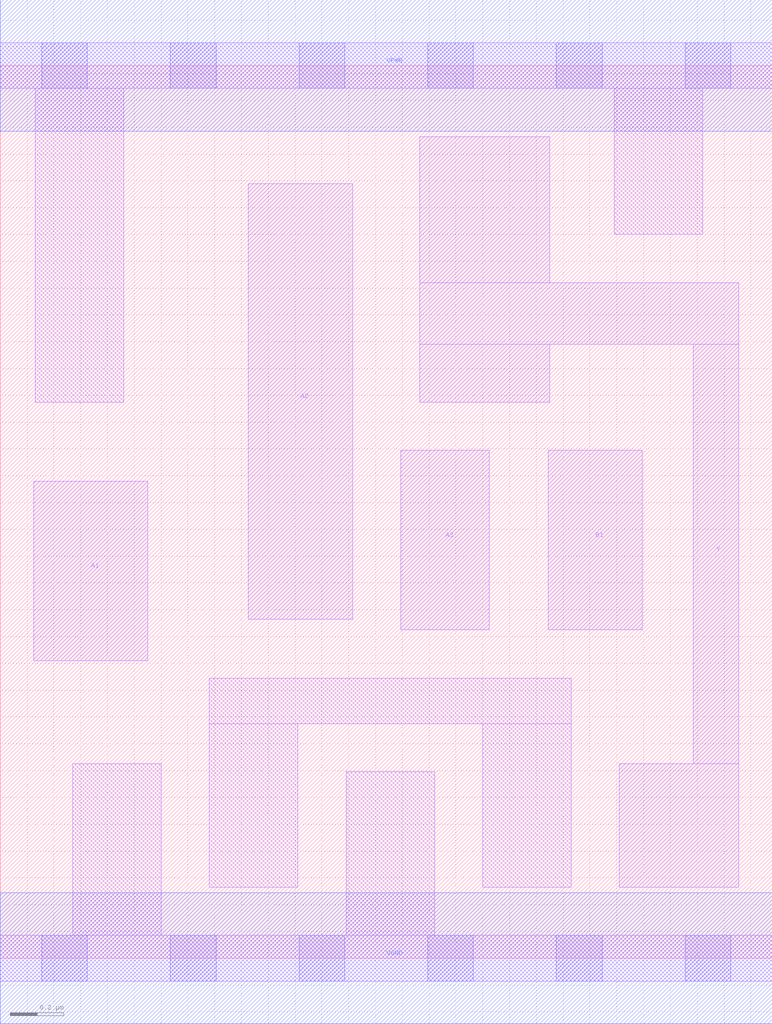
<source format=lef>
# Copyright 2020 The SkyWater PDK Authors
#
# Licensed under the Apache License, Version 2.0 (the "License");
# you may not use this file except in compliance with the License.
# You may obtain a copy of the License at
#
#     https://www.apache.org/licenses/LICENSE-2.0
#
# Unless required by applicable law or agreed to in writing, software
# distributed under the License is distributed on an "AS IS" BASIS,
# WITHOUT WARRANTIES OR CONDITIONS OF ANY KIND, either express or implied.
# See the License for the specific language governing permissions and
# limitations under the License.
#
# SPDX-License-Identifier: Apache-2.0

VERSION 5.7 ;
  NAMESCASESENSITIVE ON ;
  NOWIREEXTENSIONATPIN ON ;
  DIVIDERCHAR "/" ;
  BUSBITCHARS "[]" ;
UNITS
  DATABASE MICRONS 200 ;
END UNITS
MACRO sky130_fd_sc_lp__o31ai_lp
  CLASS CORE ;
  FOREIGN sky130_fd_sc_lp__o31ai_lp ;
  ORIGIN  0.000000  0.000000 ;
  SIZE  2.880000 BY  3.330000 ;
  SYMMETRY X Y R90 ;
  SITE unit ;
  PIN A1
    ANTENNAGATEAREA  0.313000 ;
    DIRECTION INPUT ;
    USE SIGNAL ;
    PORT
      LAYER li1 ;
        RECT 0.125000 1.110000 0.550000 1.780000 ;
    END
  END A1
  PIN A2
    ANTENNAGATEAREA  0.313000 ;
    DIRECTION INPUT ;
    USE SIGNAL ;
    PORT
      LAYER li1 ;
        RECT 0.925000 1.265000 1.315000 2.890000 ;
    END
  END A2
  PIN A3
    ANTENNAGATEAREA  0.313000 ;
    DIRECTION INPUT ;
    USE SIGNAL ;
    PORT
      LAYER li1 ;
        RECT 1.495000 1.225000 1.825000 1.895000 ;
    END
  END A3
  PIN B1
    ANTENNAGATEAREA  0.313000 ;
    DIRECTION INPUT ;
    USE SIGNAL ;
    PORT
      LAYER li1 ;
        RECT 2.045000 1.225000 2.395000 1.895000 ;
    END
  END B1
  PIN Y
    ANTENNADIFFAREA  0.473300 ;
    DIRECTION OUTPUT ;
    USE SIGNAL ;
    PORT
      LAYER li1 ;
        RECT 1.565000 2.075000 2.050000 2.290000 ;
        RECT 1.565000 2.290000 2.755000 2.520000 ;
        RECT 1.565000 2.520000 2.050000 3.065000 ;
        RECT 2.310000 0.265000 2.755000 0.725000 ;
        RECT 2.585000 0.725000 2.755000 2.290000 ;
    END
  END Y
  PIN VGND
    DIRECTION INOUT ;
    USE GROUND ;
    PORT
      LAYER met1 ;
        RECT 0.000000 -0.245000 2.880000 0.245000 ;
    END
  END VGND
  PIN VPWR
    DIRECTION INOUT ;
    USE POWER ;
    PORT
      LAYER met1 ;
        RECT 0.000000 3.085000 2.880000 3.575000 ;
    END
  END VPWR
  OBS
    LAYER li1 ;
      RECT 0.000000 -0.085000 2.880000 0.085000 ;
      RECT 0.000000  3.245000 2.880000 3.415000 ;
      RECT 0.130000  2.075000 0.460000 3.245000 ;
      RECT 0.270000  0.085000 0.600000 0.725000 ;
      RECT 0.780000  0.265000 1.110000 0.875000 ;
      RECT 0.780000  0.875000 2.130000 1.045000 ;
      RECT 1.290000  0.085000 1.620000 0.695000 ;
      RECT 1.800000  0.265000 2.130000 0.875000 ;
      RECT 2.290000  2.700000 2.620000 3.245000 ;
    LAYER mcon ;
      RECT 0.155000 -0.085000 0.325000 0.085000 ;
      RECT 0.155000  3.245000 0.325000 3.415000 ;
      RECT 0.635000 -0.085000 0.805000 0.085000 ;
      RECT 0.635000  3.245000 0.805000 3.415000 ;
      RECT 1.115000 -0.085000 1.285000 0.085000 ;
      RECT 1.115000  3.245000 1.285000 3.415000 ;
      RECT 1.595000 -0.085000 1.765000 0.085000 ;
      RECT 1.595000  3.245000 1.765000 3.415000 ;
      RECT 2.075000 -0.085000 2.245000 0.085000 ;
      RECT 2.075000  3.245000 2.245000 3.415000 ;
      RECT 2.555000 -0.085000 2.725000 0.085000 ;
      RECT 2.555000  3.245000 2.725000 3.415000 ;
  END
END sky130_fd_sc_lp__o31ai_lp
END LIBRARY

</source>
